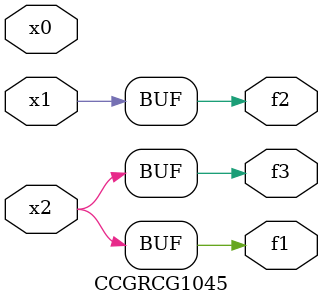
<source format=v>
module CCGRCG1045(
	input x0, x1, x2,
	output f1, f2, f3
);
	assign f1 = x2;
	assign f2 = x1;
	assign f3 = x2;
endmodule

</source>
